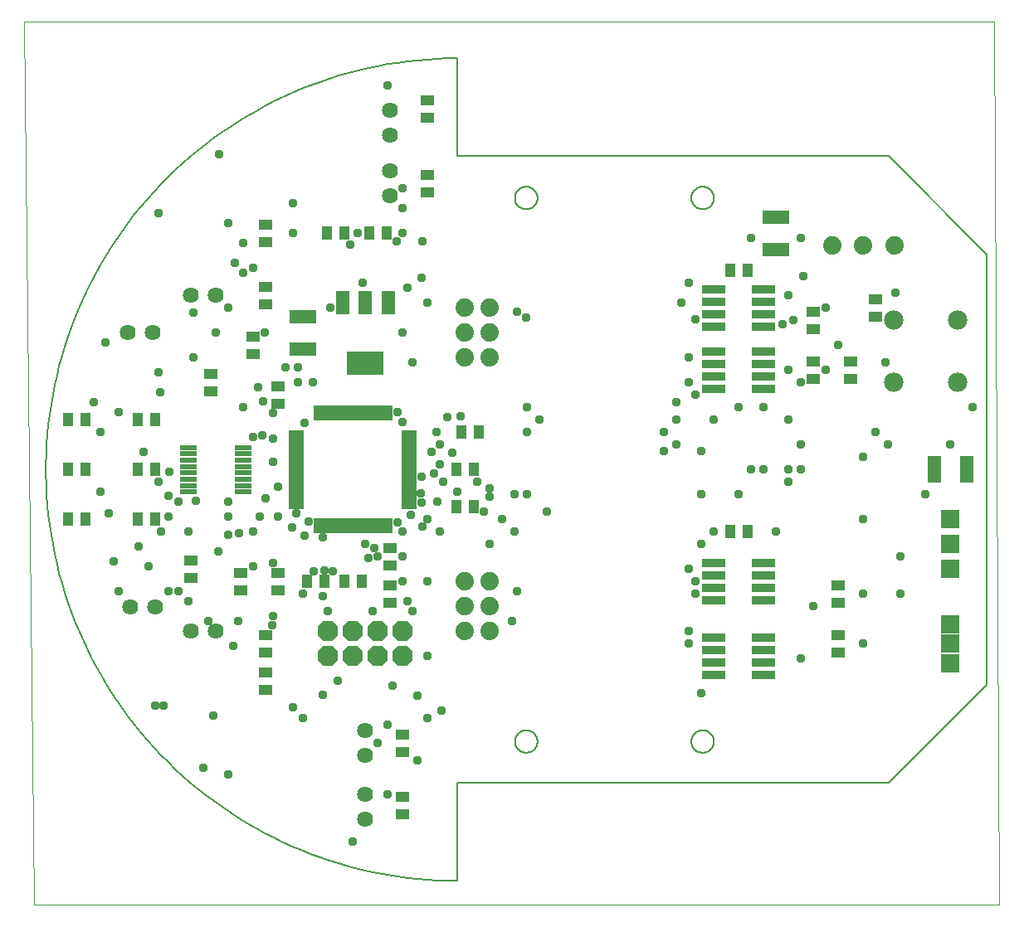
<source format=gts>
G75*
%MOIN*%
%OFA0B0*%
%FSLAX25Y25*%
%IPPOS*%
%LPD*%
%AMOC8*
5,1,8,0,0,1.08239X$1,22.5*
%
%ADD10C,0.00000*%
%ADD11C,0.07800*%
%ADD12R,0.07400X0.07400*%
%ADD13R,0.05524X0.10643*%
%ADD14R,0.03950X0.05524*%
%ADD15R,0.10643X0.05524*%
%ADD16R,0.05524X0.03950*%
%ADD17OC8,0.08200*%
%ADD18C,0.06400*%
%ADD19C,0.07400*%
%ADD20R,0.05599X0.09599*%
%ADD21R,0.14973X0.09461*%
%ADD22R,0.05918X0.01981*%
%ADD23R,0.01981X0.05918*%
%ADD24R,0.09500X0.03200*%
%ADD25R,0.06902X0.01981*%
%ADD26C,0.00500*%
%ADD27C,0.03778*%
D10*
X0831303Y0844303D02*
X0827303Y1199263D01*
X1217003Y1199263D01*
X1219003Y0844303D01*
X0831303Y0844303D01*
D11*
X1176507Y1054303D03*
X1176507Y1079303D03*
X1202098Y1079303D03*
X1202098Y1054303D03*
D12*
X1199303Y0999303D03*
X1199303Y0989303D03*
X1199303Y0979303D03*
X1199303Y0957177D03*
X1199303Y0949303D03*
X1199303Y0941429D03*
D13*
X1205799Y1019303D03*
X1192807Y1019303D03*
D14*
X1117846Y0994303D03*
X1110759Y0994303D03*
X1110759Y1099303D03*
X1117846Y1099303D03*
X1009846Y1034303D03*
X1002759Y1034303D03*
X1000759Y1019303D03*
X1007846Y1019303D03*
X1007846Y1004303D03*
X1000759Y1004303D03*
X0962846Y0974303D03*
X0955759Y0974303D03*
X0947846Y0974303D03*
X0940759Y0974303D03*
X0879846Y0999303D03*
X0872759Y0999303D03*
X0872759Y1019303D03*
X0879846Y1019303D03*
X0879846Y1039303D03*
X0872759Y1039303D03*
X0851846Y1039303D03*
X0844759Y1039303D03*
X0844759Y1019303D03*
X0851846Y1019303D03*
X0851846Y0999303D03*
X0844759Y0999303D03*
X0948759Y1114303D03*
X0955846Y1114303D03*
X0965759Y1114303D03*
X0972846Y1114303D03*
D15*
X0939303Y1080799D03*
X0939303Y1067807D03*
X1129303Y1107807D03*
X1129303Y1120799D03*
D16*
X1144303Y1082846D03*
X1144303Y1075759D03*
X1144303Y1062846D03*
X1144303Y1055759D03*
X1159303Y1055759D03*
X1159303Y1062846D03*
X1169303Y1080759D03*
X1169303Y1087846D03*
X1154303Y0972846D03*
X1154303Y0965759D03*
X1154303Y0952846D03*
X1154303Y0945759D03*
X0989303Y1130759D03*
X0989303Y1137846D03*
X0989303Y1160759D03*
X0989303Y1167846D03*
X0924303Y1117846D03*
X0924303Y1110759D03*
X0924303Y1092846D03*
X0924303Y1085759D03*
X0919303Y1072846D03*
X0919303Y1065759D03*
X0929303Y1052846D03*
X0929303Y1045759D03*
X0902303Y1050759D03*
X0902303Y1057846D03*
X0894303Y0982846D03*
X0894303Y0975759D03*
X0914303Y0977846D03*
X0914303Y0970759D03*
X0924303Y0952846D03*
X0924303Y0945759D03*
X0924303Y0937846D03*
X0924303Y0930759D03*
X0929303Y0970759D03*
X0929303Y0977846D03*
X0974303Y0980759D03*
X0974303Y0987846D03*
X0974303Y0972846D03*
X0974303Y0965759D03*
X0979303Y0912846D03*
X0979303Y0905759D03*
X0979303Y0887846D03*
X0979303Y0880759D03*
D17*
X0979303Y0944303D03*
X0979303Y0954303D03*
X0969303Y0954303D03*
X0969303Y0944303D03*
X0959303Y0944303D03*
X0959303Y0954303D03*
X0949303Y0954303D03*
X0949303Y0944303D03*
D18*
X0964303Y0914303D03*
X0964303Y0904303D03*
X0964240Y0888803D03*
X0964240Y0878803D03*
X0904303Y0954303D03*
X0894303Y0954303D03*
X0879803Y0964240D03*
X0869803Y0964240D03*
X0868803Y1074366D03*
X0878803Y1074366D03*
X0894303Y1089303D03*
X0904303Y1089303D03*
X0974303Y1129303D03*
X0974303Y1139303D03*
X0974240Y1153803D03*
X0974240Y1163803D03*
D19*
X1004303Y1084303D03*
X1014303Y1084303D03*
X1014303Y1074303D03*
X1014303Y1064303D03*
X1004303Y1064303D03*
X1004303Y1074303D03*
X1004303Y0974303D03*
X1014303Y0974303D03*
X1014303Y0964303D03*
X1014303Y0954303D03*
X1004303Y0954303D03*
X1004303Y0964303D03*
X1151803Y1109303D03*
X1164303Y1109303D03*
X1176803Y1109303D03*
D20*
X0973401Y1086503D03*
X0964303Y1086503D03*
X0955204Y1086503D03*
D21*
X0964303Y1062102D03*
D22*
X0981940Y1034066D03*
X0981940Y1032098D03*
X0981940Y1030129D03*
X0981940Y1028161D03*
X0981940Y1026192D03*
X0981940Y1024224D03*
X0981940Y1022255D03*
X0981940Y1020287D03*
X0981940Y1018318D03*
X0981940Y1016350D03*
X0981940Y1014381D03*
X0981940Y1012413D03*
X0981940Y1010444D03*
X0981940Y1008476D03*
X0981940Y1006507D03*
X0981940Y1004539D03*
X0936665Y1004539D03*
X0936665Y1006507D03*
X0936665Y1008476D03*
X0936665Y1010444D03*
X0936665Y1012413D03*
X0936665Y1014381D03*
X0936665Y1016350D03*
X0936665Y1018318D03*
X0936665Y1020287D03*
X0936665Y1022255D03*
X0936665Y1024224D03*
X0936665Y1026192D03*
X0936665Y1028161D03*
X0936665Y1030129D03*
X0936665Y1032098D03*
X0936665Y1034066D03*
D23*
X0944539Y1041940D03*
X0946507Y1041940D03*
X0948476Y1041940D03*
X0950444Y1041940D03*
X0952413Y1041940D03*
X0954381Y1041940D03*
X0956350Y1041940D03*
X0958318Y1041940D03*
X0960287Y1041940D03*
X0962255Y1041940D03*
X0964224Y1041940D03*
X0966192Y1041940D03*
X0968161Y1041940D03*
X0970129Y1041940D03*
X0972098Y1041940D03*
X0974066Y1041940D03*
X0974066Y0996665D03*
X0972098Y0996665D03*
X0970129Y0996665D03*
X0968161Y0996665D03*
X0966192Y0996665D03*
X0964224Y0996665D03*
X0962255Y0996665D03*
X0960287Y0996665D03*
X0958318Y0996665D03*
X0956350Y0996665D03*
X0954381Y0996665D03*
X0952413Y0996665D03*
X0950444Y0996665D03*
X0948476Y0996665D03*
X0946507Y0996665D03*
X0944539Y0996665D03*
D24*
X1104303Y0981803D03*
X1104303Y0976803D03*
X1104303Y0971803D03*
X1104303Y0966803D03*
X1104303Y0951803D03*
X1104303Y0946803D03*
X1104303Y0941803D03*
X1104303Y0936803D03*
X1124303Y0936803D03*
X1124303Y0941803D03*
X1124303Y0946803D03*
X1124303Y0951803D03*
X1124303Y0966803D03*
X1124303Y0971803D03*
X1124303Y0976803D03*
X1124303Y0981803D03*
X1124303Y1051803D03*
X1124303Y1056803D03*
X1124303Y1061803D03*
X1124303Y1066803D03*
X1124303Y1076803D03*
X1124303Y1081803D03*
X1124303Y1086803D03*
X1124303Y1091803D03*
X1104303Y1091803D03*
X1104303Y1086803D03*
X1104303Y1081803D03*
X1104303Y1076803D03*
X1104303Y1066803D03*
X1104303Y1061803D03*
X1104303Y1056803D03*
X1104303Y1051803D03*
D25*
X0915326Y1028259D03*
X0915326Y1025700D03*
X0915326Y1023141D03*
X0915326Y1020582D03*
X0915326Y1018023D03*
X0915326Y1015464D03*
X0915326Y1012905D03*
X0915326Y1010346D03*
X0893279Y1010346D03*
X0893279Y1012905D03*
X0893279Y1015464D03*
X0893279Y1018023D03*
X0893279Y1020582D03*
X0893279Y1023141D03*
X0893279Y1025700D03*
X0893279Y1028259D03*
D26*
X1001310Y1184657D02*
X0997283Y1184608D01*
X0993259Y1184461D01*
X0989240Y1184216D01*
X0985228Y1183873D01*
X0981225Y1183433D01*
X0977234Y1182895D01*
X0973258Y1182260D01*
X0969298Y1181529D01*
X0965357Y1180701D01*
X0961438Y1179778D01*
X0957542Y1178759D01*
X0953672Y1177646D01*
X0949830Y1176439D01*
X0946019Y1175139D01*
X0942240Y1173746D01*
X0938497Y1172262D01*
X0934791Y1170687D01*
X0931124Y1169022D01*
X0927499Y1167269D01*
X0923918Y1165428D01*
X0920383Y1163500D01*
X0916895Y1161486D01*
X0913458Y1159389D01*
X0910073Y1157208D01*
X0906742Y1154945D01*
X0903467Y1152602D01*
X0900250Y1150180D01*
X0897093Y1147680D01*
X0893998Y1145105D01*
X0890966Y1142454D01*
X0888000Y1139731D01*
X0885101Y1136936D01*
X0882271Y1134071D01*
X0879512Y1131138D01*
X0876824Y1128139D01*
X0874211Y1125075D01*
X0871673Y1121949D01*
X0869212Y1118762D01*
X0866829Y1115516D01*
X0864526Y1112212D01*
X0862304Y1108854D01*
X0860165Y1105443D01*
X0858109Y1101980D01*
X0856138Y1098468D01*
X0854254Y1094910D01*
X0852456Y1091306D01*
X0850747Y1087660D01*
X0849127Y1083974D01*
X0847597Y1080249D01*
X0846159Y1076488D01*
X0844812Y1072693D01*
X0843559Y1068866D01*
X0842399Y1065010D01*
X0841333Y1061127D01*
X0840362Y1057219D01*
X0839486Y1053288D01*
X0838707Y1049337D01*
X0838023Y1045369D01*
X0837437Y1041385D01*
X0836948Y1037388D01*
X0836556Y1033380D01*
X0836262Y1029364D01*
X0836066Y1025342D01*
X0835968Y1021316D01*
X0835968Y1017290D01*
X0836066Y1013264D01*
X0836262Y1009242D01*
X0836556Y1005226D01*
X0836948Y1001218D01*
X0837437Y0997221D01*
X0838023Y0993237D01*
X0838707Y0989269D01*
X0839486Y0985318D01*
X0840362Y0981387D01*
X0841333Y0977479D01*
X0842399Y0973596D01*
X0843559Y0969740D01*
X0844812Y0965913D01*
X0846159Y0962118D01*
X0847597Y0958357D01*
X0849127Y0954632D01*
X0850747Y0950946D01*
X0852456Y0947300D01*
X0854254Y0943696D01*
X0856138Y0940138D01*
X0858109Y0936626D01*
X0860165Y0933163D01*
X0862304Y0929752D01*
X0864526Y0926394D01*
X0866829Y0923090D01*
X0869212Y0919844D01*
X0871673Y0916657D01*
X0874211Y0913531D01*
X0876824Y0910467D01*
X0879512Y0907468D01*
X0882271Y0904535D01*
X0885101Y0901670D01*
X0888000Y0898875D01*
X0890966Y0896152D01*
X0893998Y0893501D01*
X0897093Y0890926D01*
X0900250Y0888426D01*
X0903467Y0886004D01*
X0906742Y0883661D01*
X0910073Y0881398D01*
X0913458Y0879217D01*
X0916895Y0877120D01*
X0920383Y0875106D01*
X0923918Y0873178D01*
X0927499Y0871337D01*
X0931124Y0869584D01*
X0934791Y0867919D01*
X0938497Y0866344D01*
X0942240Y0864860D01*
X0946019Y0863467D01*
X0949830Y0862167D01*
X0953672Y0860960D01*
X0957542Y0859847D01*
X0961438Y0858828D01*
X0965357Y0857905D01*
X0969298Y0857077D01*
X0973258Y0856346D01*
X0977234Y0855711D01*
X0981225Y0855173D01*
X0985228Y0854733D01*
X0989240Y0854390D01*
X0993259Y0854145D01*
X0997283Y0853998D01*
X1001310Y0853949D01*
X1001310Y0853948D02*
X1001310Y0893318D01*
X1174539Y0893318D01*
X1213909Y0932688D01*
X1213909Y1105917D01*
X1174539Y1145287D01*
X1001310Y1145287D01*
X1001310Y1184657D01*
X1024342Y1128555D02*
X1024344Y1128689D01*
X1024350Y1128823D01*
X1024360Y1128957D01*
X1024374Y1129091D01*
X1024392Y1129224D01*
X1024413Y1129356D01*
X1024439Y1129488D01*
X1024469Y1129619D01*
X1024502Y1129749D01*
X1024539Y1129877D01*
X1024581Y1130005D01*
X1024625Y1130132D01*
X1024674Y1130257D01*
X1024726Y1130380D01*
X1024782Y1130502D01*
X1024842Y1130623D01*
X1024905Y1130741D01*
X1024971Y1130858D01*
X1025041Y1130972D01*
X1025114Y1131085D01*
X1025191Y1131195D01*
X1025271Y1131303D01*
X1025354Y1131408D01*
X1025440Y1131511D01*
X1025529Y1131611D01*
X1025621Y1131709D01*
X1025716Y1131804D01*
X1025814Y1131896D01*
X1025914Y1131985D01*
X1026017Y1132071D01*
X1026122Y1132154D01*
X1026230Y1132234D01*
X1026340Y1132311D01*
X1026453Y1132384D01*
X1026567Y1132454D01*
X1026684Y1132520D01*
X1026802Y1132583D01*
X1026923Y1132643D01*
X1027045Y1132699D01*
X1027168Y1132751D01*
X1027293Y1132800D01*
X1027420Y1132844D01*
X1027548Y1132886D01*
X1027676Y1132923D01*
X1027806Y1132956D01*
X1027937Y1132986D01*
X1028069Y1133012D01*
X1028201Y1133033D01*
X1028334Y1133051D01*
X1028468Y1133065D01*
X1028602Y1133075D01*
X1028736Y1133081D01*
X1028870Y1133083D01*
X1029004Y1133081D01*
X1029138Y1133075D01*
X1029272Y1133065D01*
X1029406Y1133051D01*
X1029539Y1133033D01*
X1029671Y1133012D01*
X1029803Y1132986D01*
X1029934Y1132956D01*
X1030064Y1132923D01*
X1030192Y1132886D01*
X1030320Y1132844D01*
X1030447Y1132800D01*
X1030572Y1132751D01*
X1030695Y1132699D01*
X1030817Y1132643D01*
X1030938Y1132583D01*
X1031056Y1132520D01*
X1031173Y1132454D01*
X1031287Y1132384D01*
X1031400Y1132311D01*
X1031510Y1132234D01*
X1031618Y1132154D01*
X1031723Y1132071D01*
X1031826Y1131985D01*
X1031926Y1131896D01*
X1032024Y1131804D01*
X1032119Y1131709D01*
X1032211Y1131611D01*
X1032300Y1131511D01*
X1032386Y1131408D01*
X1032469Y1131303D01*
X1032549Y1131195D01*
X1032626Y1131085D01*
X1032699Y1130972D01*
X1032769Y1130858D01*
X1032835Y1130741D01*
X1032898Y1130623D01*
X1032958Y1130502D01*
X1033014Y1130380D01*
X1033066Y1130257D01*
X1033115Y1130132D01*
X1033159Y1130005D01*
X1033201Y1129877D01*
X1033238Y1129749D01*
X1033271Y1129619D01*
X1033301Y1129488D01*
X1033327Y1129356D01*
X1033348Y1129224D01*
X1033366Y1129091D01*
X1033380Y1128957D01*
X1033390Y1128823D01*
X1033396Y1128689D01*
X1033398Y1128555D01*
X1033396Y1128421D01*
X1033390Y1128287D01*
X1033380Y1128153D01*
X1033366Y1128019D01*
X1033348Y1127886D01*
X1033327Y1127754D01*
X1033301Y1127622D01*
X1033271Y1127491D01*
X1033238Y1127361D01*
X1033201Y1127233D01*
X1033159Y1127105D01*
X1033115Y1126978D01*
X1033066Y1126853D01*
X1033014Y1126730D01*
X1032958Y1126608D01*
X1032898Y1126487D01*
X1032835Y1126369D01*
X1032769Y1126252D01*
X1032699Y1126138D01*
X1032626Y1126025D01*
X1032549Y1125915D01*
X1032469Y1125807D01*
X1032386Y1125702D01*
X1032300Y1125599D01*
X1032211Y1125499D01*
X1032119Y1125401D01*
X1032024Y1125306D01*
X1031926Y1125214D01*
X1031826Y1125125D01*
X1031723Y1125039D01*
X1031618Y1124956D01*
X1031510Y1124876D01*
X1031400Y1124799D01*
X1031287Y1124726D01*
X1031173Y1124656D01*
X1031056Y1124590D01*
X1030938Y1124527D01*
X1030817Y1124467D01*
X1030695Y1124411D01*
X1030572Y1124359D01*
X1030447Y1124310D01*
X1030320Y1124266D01*
X1030192Y1124224D01*
X1030064Y1124187D01*
X1029934Y1124154D01*
X1029803Y1124124D01*
X1029671Y1124098D01*
X1029539Y1124077D01*
X1029406Y1124059D01*
X1029272Y1124045D01*
X1029138Y1124035D01*
X1029004Y1124029D01*
X1028870Y1124027D01*
X1028736Y1124029D01*
X1028602Y1124035D01*
X1028468Y1124045D01*
X1028334Y1124059D01*
X1028201Y1124077D01*
X1028069Y1124098D01*
X1027937Y1124124D01*
X1027806Y1124154D01*
X1027676Y1124187D01*
X1027548Y1124224D01*
X1027420Y1124266D01*
X1027293Y1124310D01*
X1027168Y1124359D01*
X1027045Y1124411D01*
X1026923Y1124467D01*
X1026802Y1124527D01*
X1026684Y1124590D01*
X1026567Y1124656D01*
X1026453Y1124726D01*
X1026340Y1124799D01*
X1026230Y1124876D01*
X1026122Y1124956D01*
X1026017Y1125039D01*
X1025914Y1125125D01*
X1025814Y1125214D01*
X1025716Y1125306D01*
X1025621Y1125401D01*
X1025529Y1125499D01*
X1025440Y1125599D01*
X1025354Y1125702D01*
X1025271Y1125807D01*
X1025191Y1125915D01*
X1025114Y1126025D01*
X1025041Y1126138D01*
X1024971Y1126252D01*
X1024905Y1126369D01*
X1024842Y1126487D01*
X1024782Y1126608D01*
X1024726Y1126730D01*
X1024674Y1126853D01*
X1024625Y1126978D01*
X1024581Y1127105D01*
X1024539Y1127233D01*
X1024502Y1127361D01*
X1024469Y1127491D01*
X1024439Y1127622D01*
X1024413Y1127754D01*
X1024392Y1127886D01*
X1024374Y1128019D01*
X1024360Y1128153D01*
X1024350Y1128287D01*
X1024344Y1128421D01*
X1024342Y1128555D01*
X1095208Y1128555D02*
X1095210Y1128689D01*
X1095216Y1128823D01*
X1095226Y1128957D01*
X1095240Y1129091D01*
X1095258Y1129224D01*
X1095279Y1129356D01*
X1095305Y1129488D01*
X1095335Y1129619D01*
X1095368Y1129749D01*
X1095405Y1129877D01*
X1095447Y1130005D01*
X1095491Y1130132D01*
X1095540Y1130257D01*
X1095592Y1130380D01*
X1095648Y1130502D01*
X1095708Y1130623D01*
X1095771Y1130741D01*
X1095837Y1130858D01*
X1095907Y1130972D01*
X1095980Y1131085D01*
X1096057Y1131195D01*
X1096137Y1131303D01*
X1096220Y1131408D01*
X1096306Y1131511D01*
X1096395Y1131611D01*
X1096487Y1131709D01*
X1096582Y1131804D01*
X1096680Y1131896D01*
X1096780Y1131985D01*
X1096883Y1132071D01*
X1096988Y1132154D01*
X1097096Y1132234D01*
X1097206Y1132311D01*
X1097319Y1132384D01*
X1097433Y1132454D01*
X1097550Y1132520D01*
X1097668Y1132583D01*
X1097789Y1132643D01*
X1097911Y1132699D01*
X1098034Y1132751D01*
X1098159Y1132800D01*
X1098286Y1132844D01*
X1098414Y1132886D01*
X1098542Y1132923D01*
X1098672Y1132956D01*
X1098803Y1132986D01*
X1098935Y1133012D01*
X1099067Y1133033D01*
X1099200Y1133051D01*
X1099334Y1133065D01*
X1099468Y1133075D01*
X1099602Y1133081D01*
X1099736Y1133083D01*
X1099870Y1133081D01*
X1100004Y1133075D01*
X1100138Y1133065D01*
X1100272Y1133051D01*
X1100405Y1133033D01*
X1100537Y1133012D01*
X1100669Y1132986D01*
X1100800Y1132956D01*
X1100930Y1132923D01*
X1101058Y1132886D01*
X1101186Y1132844D01*
X1101313Y1132800D01*
X1101438Y1132751D01*
X1101561Y1132699D01*
X1101683Y1132643D01*
X1101804Y1132583D01*
X1101922Y1132520D01*
X1102039Y1132454D01*
X1102153Y1132384D01*
X1102266Y1132311D01*
X1102376Y1132234D01*
X1102484Y1132154D01*
X1102589Y1132071D01*
X1102692Y1131985D01*
X1102792Y1131896D01*
X1102890Y1131804D01*
X1102985Y1131709D01*
X1103077Y1131611D01*
X1103166Y1131511D01*
X1103252Y1131408D01*
X1103335Y1131303D01*
X1103415Y1131195D01*
X1103492Y1131085D01*
X1103565Y1130972D01*
X1103635Y1130858D01*
X1103701Y1130741D01*
X1103764Y1130623D01*
X1103824Y1130502D01*
X1103880Y1130380D01*
X1103932Y1130257D01*
X1103981Y1130132D01*
X1104025Y1130005D01*
X1104067Y1129877D01*
X1104104Y1129749D01*
X1104137Y1129619D01*
X1104167Y1129488D01*
X1104193Y1129356D01*
X1104214Y1129224D01*
X1104232Y1129091D01*
X1104246Y1128957D01*
X1104256Y1128823D01*
X1104262Y1128689D01*
X1104264Y1128555D01*
X1104262Y1128421D01*
X1104256Y1128287D01*
X1104246Y1128153D01*
X1104232Y1128019D01*
X1104214Y1127886D01*
X1104193Y1127754D01*
X1104167Y1127622D01*
X1104137Y1127491D01*
X1104104Y1127361D01*
X1104067Y1127233D01*
X1104025Y1127105D01*
X1103981Y1126978D01*
X1103932Y1126853D01*
X1103880Y1126730D01*
X1103824Y1126608D01*
X1103764Y1126487D01*
X1103701Y1126369D01*
X1103635Y1126252D01*
X1103565Y1126138D01*
X1103492Y1126025D01*
X1103415Y1125915D01*
X1103335Y1125807D01*
X1103252Y1125702D01*
X1103166Y1125599D01*
X1103077Y1125499D01*
X1102985Y1125401D01*
X1102890Y1125306D01*
X1102792Y1125214D01*
X1102692Y1125125D01*
X1102589Y1125039D01*
X1102484Y1124956D01*
X1102376Y1124876D01*
X1102266Y1124799D01*
X1102153Y1124726D01*
X1102039Y1124656D01*
X1101922Y1124590D01*
X1101804Y1124527D01*
X1101683Y1124467D01*
X1101561Y1124411D01*
X1101438Y1124359D01*
X1101313Y1124310D01*
X1101186Y1124266D01*
X1101058Y1124224D01*
X1100930Y1124187D01*
X1100800Y1124154D01*
X1100669Y1124124D01*
X1100537Y1124098D01*
X1100405Y1124077D01*
X1100272Y1124059D01*
X1100138Y1124045D01*
X1100004Y1124035D01*
X1099870Y1124029D01*
X1099736Y1124027D01*
X1099602Y1124029D01*
X1099468Y1124035D01*
X1099334Y1124045D01*
X1099200Y1124059D01*
X1099067Y1124077D01*
X1098935Y1124098D01*
X1098803Y1124124D01*
X1098672Y1124154D01*
X1098542Y1124187D01*
X1098414Y1124224D01*
X1098286Y1124266D01*
X1098159Y1124310D01*
X1098034Y1124359D01*
X1097911Y1124411D01*
X1097789Y1124467D01*
X1097668Y1124527D01*
X1097550Y1124590D01*
X1097433Y1124656D01*
X1097319Y1124726D01*
X1097206Y1124799D01*
X1097096Y1124876D01*
X1096988Y1124956D01*
X1096883Y1125039D01*
X1096780Y1125125D01*
X1096680Y1125214D01*
X1096582Y1125306D01*
X1096487Y1125401D01*
X1096395Y1125499D01*
X1096306Y1125599D01*
X1096220Y1125702D01*
X1096137Y1125807D01*
X1096057Y1125915D01*
X1095980Y1126025D01*
X1095907Y1126138D01*
X1095837Y1126252D01*
X1095771Y1126369D01*
X1095708Y1126487D01*
X1095648Y1126608D01*
X1095592Y1126730D01*
X1095540Y1126853D01*
X1095491Y1126978D01*
X1095447Y1127105D01*
X1095405Y1127233D01*
X1095368Y1127361D01*
X1095335Y1127491D01*
X1095305Y1127622D01*
X1095279Y1127754D01*
X1095258Y1127886D01*
X1095240Y1128019D01*
X1095226Y1128153D01*
X1095216Y1128287D01*
X1095210Y1128421D01*
X1095208Y1128555D01*
X1095208Y0910051D02*
X1095210Y0910185D01*
X1095216Y0910319D01*
X1095226Y0910453D01*
X1095240Y0910587D01*
X1095258Y0910720D01*
X1095279Y0910852D01*
X1095305Y0910984D01*
X1095335Y0911115D01*
X1095368Y0911245D01*
X1095405Y0911373D01*
X1095447Y0911501D01*
X1095491Y0911628D01*
X1095540Y0911753D01*
X1095592Y0911876D01*
X1095648Y0911998D01*
X1095708Y0912119D01*
X1095771Y0912237D01*
X1095837Y0912354D01*
X1095907Y0912468D01*
X1095980Y0912581D01*
X1096057Y0912691D01*
X1096137Y0912799D01*
X1096220Y0912904D01*
X1096306Y0913007D01*
X1096395Y0913107D01*
X1096487Y0913205D01*
X1096582Y0913300D01*
X1096680Y0913392D01*
X1096780Y0913481D01*
X1096883Y0913567D01*
X1096988Y0913650D01*
X1097096Y0913730D01*
X1097206Y0913807D01*
X1097319Y0913880D01*
X1097433Y0913950D01*
X1097550Y0914016D01*
X1097668Y0914079D01*
X1097789Y0914139D01*
X1097911Y0914195D01*
X1098034Y0914247D01*
X1098159Y0914296D01*
X1098286Y0914340D01*
X1098414Y0914382D01*
X1098542Y0914419D01*
X1098672Y0914452D01*
X1098803Y0914482D01*
X1098935Y0914508D01*
X1099067Y0914529D01*
X1099200Y0914547D01*
X1099334Y0914561D01*
X1099468Y0914571D01*
X1099602Y0914577D01*
X1099736Y0914579D01*
X1099870Y0914577D01*
X1100004Y0914571D01*
X1100138Y0914561D01*
X1100272Y0914547D01*
X1100405Y0914529D01*
X1100537Y0914508D01*
X1100669Y0914482D01*
X1100800Y0914452D01*
X1100930Y0914419D01*
X1101058Y0914382D01*
X1101186Y0914340D01*
X1101313Y0914296D01*
X1101438Y0914247D01*
X1101561Y0914195D01*
X1101683Y0914139D01*
X1101804Y0914079D01*
X1101922Y0914016D01*
X1102039Y0913950D01*
X1102153Y0913880D01*
X1102266Y0913807D01*
X1102376Y0913730D01*
X1102484Y0913650D01*
X1102589Y0913567D01*
X1102692Y0913481D01*
X1102792Y0913392D01*
X1102890Y0913300D01*
X1102985Y0913205D01*
X1103077Y0913107D01*
X1103166Y0913007D01*
X1103252Y0912904D01*
X1103335Y0912799D01*
X1103415Y0912691D01*
X1103492Y0912581D01*
X1103565Y0912468D01*
X1103635Y0912354D01*
X1103701Y0912237D01*
X1103764Y0912119D01*
X1103824Y0911998D01*
X1103880Y0911876D01*
X1103932Y0911753D01*
X1103981Y0911628D01*
X1104025Y0911501D01*
X1104067Y0911373D01*
X1104104Y0911245D01*
X1104137Y0911115D01*
X1104167Y0910984D01*
X1104193Y0910852D01*
X1104214Y0910720D01*
X1104232Y0910587D01*
X1104246Y0910453D01*
X1104256Y0910319D01*
X1104262Y0910185D01*
X1104264Y0910051D01*
X1104262Y0909917D01*
X1104256Y0909783D01*
X1104246Y0909649D01*
X1104232Y0909515D01*
X1104214Y0909382D01*
X1104193Y0909250D01*
X1104167Y0909118D01*
X1104137Y0908987D01*
X1104104Y0908857D01*
X1104067Y0908729D01*
X1104025Y0908601D01*
X1103981Y0908474D01*
X1103932Y0908349D01*
X1103880Y0908226D01*
X1103824Y0908104D01*
X1103764Y0907983D01*
X1103701Y0907865D01*
X1103635Y0907748D01*
X1103565Y0907634D01*
X1103492Y0907521D01*
X1103415Y0907411D01*
X1103335Y0907303D01*
X1103252Y0907198D01*
X1103166Y0907095D01*
X1103077Y0906995D01*
X1102985Y0906897D01*
X1102890Y0906802D01*
X1102792Y0906710D01*
X1102692Y0906621D01*
X1102589Y0906535D01*
X1102484Y0906452D01*
X1102376Y0906372D01*
X1102266Y0906295D01*
X1102153Y0906222D01*
X1102039Y0906152D01*
X1101922Y0906086D01*
X1101804Y0906023D01*
X1101683Y0905963D01*
X1101561Y0905907D01*
X1101438Y0905855D01*
X1101313Y0905806D01*
X1101186Y0905762D01*
X1101058Y0905720D01*
X1100930Y0905683D01*
X1100800Y0905650D01*
X1100669Y0905620D01*
X1100537Y0905594D01*
X1100405Y0905573D01*
X1100272Y0905555D01*
X1100138Y0905541D01*
X1100004Y0905531D01*
X1099870Y0905525D01*
X1099736Y0905523D01*
X1099602Y0905525D01*
X1099468Y0905531D01*
X1099334Y0905541D01*
X1099200Y0905555D01*
X1099067Y0905573D01*
X1098935Y0905594D01*
X1098803Y0905620D01*
X1098672Y0905650D01*
X1098542Y0905683D01*
X1098414Y0905720D01*
X1098286Y0905762D01*
X1098159Y0905806D01*
X1098034Y0905855D01*
X1097911Y0905907D01*
X1097789Y0905963D01*
X1097668Y0906023D01*
X1097550Y0906086D01*
X1097433Y0906152D01*
X1097319Y0906222D01*
X1097206Y0906295D01*
X1097096Y0906372D01*
X1096988Y0906452D01*
X1096883Y0906535D01*
X1096780Y0906621D01*
X1096680Y0906710D01*
X1096582Y0906802D01*
X1096487Y0906897D01*
X1096395Y0906995D01*
X1096306Y0907095D01*
X1096220Y0907198D01*
X1096137Y0907303D01*
X1096057Y0907411D01*
X1095980Y0907521D01*
X1095907Y0907634D01*
X1095837Y0907748D01*
X1095771Y0907865D01*
X1095708Y0907983D01*
X1095648Y0908104D01*
X1095592Y0908226D01*
X1095540Y0908349D01*
X1095491Y0908474D01*
X1095447Y0908601D01*
X1095405Y0908729D01*
X1095368Y0908857D01*
X1095335Y0908987D01*
X1095305Y0909118D01*
X1095279Y0909250D01*
X1095258Y0909382D01*
X1095240Y0909515D01*
X1095226Y0909649D01*
X1095216Y0909783D01*
X1095210Y0909917D01*
X1095208Y0910051D01*
X1024342Y0910051D02*
X1024344Y0910185D01*
X1024350Y0910319D01*
X1024360Y0910453D01*
X1024374Y0910587D01*
X1024392Y0910720D01*
X1024413Y0910852D01*
X1024439Y0910984D01*
X1024469Y0911115D01*
X1024502Y0911245D01*
X1024539Y0911373D01*
X1024581Y0911501D01*
X1024625Y0911628D01*
X1024674Y0911753D01*
X1024726Y0911876D01*
X1024782Y0911998D01*
X1024842Y0912119D01*
X1024905Y0912237D01*
X1024971Y0912354D01*
X1025041Y0912468D01*
X1025114Y0912581D01*
X1025191Y0912691D01*
X1025271Y0912799D01*
X1025354Y0912904D01*
X1025440Y0913007D01*
X1025529Y0913107D01*
X1025621Y0913205D01*
X1025716Y0913300D01*
X1025814Y0913392D01*
X1025914Y0913481D01*
X1026017Y0913567D01*
X1026122Y0913650D01*
X1026230Y0913730D01*
X1026340Y0913807D01*
X1026453Y0913880D01*
X1026567Y0913950D01*
X1026684Y0914016D01*
X1026802Y0914079D01*
X1026923Y0914139D01*
X1027045Y0914195D01*
X1027168Y0914247D01*
X1027293Y0914296D01*
X1027420Y0914340D01*
X1027548Y0914382D01*
X1027676Y0914419D01*
X1027806Y0914452D01*
X1027937Y0914482D01*
X1028069Y0914508D01*
X1028201Y0914529D01*
X1028334Y0914547D01*
X1028468Y0914561D01*
X1028602Y0914571D01*
X1028736Y0914577D01*
X1028870Y0914579D01*
X1029004Y0914577D01*
X1029138Y0914571D01*
X1029272Y0914561D01*
X1029406Y0914547D01*
X1029539Y0914529D01*
X1029671Y0914508D01*
X1029803Y0914482D01*
X1029934Y0914452D01*
X1030064Y0914419D01*
X1030192Y0914382D01*
X1030320Y0914340D01*
X1030447Y0914296D01*
X1030572Y0914247D01*
X1030695Y0914195D01*
X1030817Y0914139D01*
X1030938Y0914079D01*
X1031056Y0914016D01*
X1031173Y0913950D01*
X1031287Y0913880D01*
X1031400Y0913807D01*
X1031510Y0913730D01*
X1031618Y0913650D01*
X1031723Y0913567D01*
X1031826Y0913481D01*
X1031926Y0913392D01*
X1032024Y0913300D01*
X1032119Y0913205D01*
X1032211Y0913107D01*
X1032300Y0913007D01*
X1032386Y0912904D01*
X1032469Y0912799D01*
X1032549Y0912691D01*
X1032626Y0912581D01*
X1032699Y0912468D01*
X1032769Y0912354D01*
X1032835Y0912237D01*
X1032898Y0912119D01*
X1032958Y0911998D01*
X1033014Y0911876D01*
X1033066Y0911753D01*
X1033115Y0911628D01*
X1033159Y0911501D01*
X1033201Y0911373D01*
X1033238Y0911245D01*
X1033271Y0911115D01*
X1033301Y0910984D01*
X1033327Y0910852D01*
X1033348Y0910720D01*
X1033366Y0910587D01*
X1033380Y0910453D01*
X1033390Y0910319D01*
X1033396Y0910185D01*
X1033398Y0910051D01*
X1033396Y0909917D01*
X1033390Y0909783D01*
X1033380Y0909649D01*
X1033366Y0909515D01*
X1033348Y0909382D01*
X1033327Y0909250D01*
X1033301Y0909118D01*
X1033271Y0908987D01*
X1033238Y0908857D01*
X1033201Y0908729D01*
X1033159Y0908601D01*
X1033115Y0908474D01*
X1033066Y0908349D01*
X1033014Y0908226D01*
X1032958Y0908104D01*
X1032898Y0907983D01*
X1032835Y0907865D01*
X1032769Y0907748D01*
X1032699Y0907634D01*
X1032626Y0907521D01*
X1032549Y0907411D01*
X1032469Y0907303D01*
X1032386Y0907198D01*
X1032300Y0907095D01*
X1032211Y0906995D01*
X1032119Y0906897D01*
X1032024Y0906802D01*
X1031926Y0906710D01*
X1031826Y0906621D01*
X1031723Y0906535D01*
X1031618Y0906452D01*
X1031510Y0906372D01*
X1031400Y0906295D01*
X1031287Y0906222D01*
X1031173Y0906152D01*
X1031056Y0906086D01*
X1030938Y0906023D01*
X1030817Y0905963D01*
X1030695Y0905907D01*
X1030572Y0905855D01*
X1030447Y0905806D01*
X1030320Y0905762D01*
X1030192Y0905720D01*
X1030064Y0905683D01*
X1029934Y0905650D01*
X1029803Y0905620D01*
X1029671Y0905594D01*
X1029539Y0905573D01*
X1029406Y0905555D01*
X1029272Y0905541D01*
X1029138Y0905531D01*
X1029004Y0905525D01*
X1028870Y0905523D01*
X1028736Y0905525D01*
X1028602Y0905531D01*
X1028468Y0905541D01*
X1028334Y0905555D01*
X1028201Y0905573D01*
X1028069Y0905594D01*
X1027937Y0905620D01*
X1027806Y0905650D01*
X1027676Y0905683D01*
X1027548Y0905720D01*
X1027420Y0905762D01*
X1027293Y0905806D01*
X1027168Y0905855D01*
X1027045Y0905907D01*
X1026923Y0905963D01*
X1026802Y0906023D01*
X1026684Y0906086D01*
X1026567Y0906152D01*
X1026453Y0906222D01*
X1026340Y0906295D01*
X1026230Y0906372D01*
X1026122Y0906452D01*
X1026017Y0906535D01*
X1025914Y0906621D01*
X1025814Y0906710D01*
X1025716Y0906802D01*
X1025621Y0906897D01*
X1025529Y0906995D01*
X1025440Y0907095D01*
X1025354Y0907198D01*
X1025271Y0907303D01*
X1025191Y0907411D01*
X1025114Y0907521D01*
X1025041Y0907634D01*
X1024971Y0907748D01*
X1024905Y0907865D01*
X1024842Y0907983D01*
X1024782Y0908104D01*
X1024726Y0908226D01*
X1024674Y0908349D01*
X1024625Y0908474D01*
X1024581Y0908601D01*
X1024539Y0908729D01*
X1024502Y0908857D01*
X1024469Y0908987D01*
X1024439Y0909118D01*
X1024413Y0909250D01*
X1024392Y0909382D01*
X1024374Y0909515D01*
X1024360Y0909649D01*
X1024350Y0909783D01*
X1024344Y0909917D01*
X1024342Y0910051D01*
D27*
X0994914Y0922303D03*
X0989303Y0919303D03*
X0985303Y0928303D03*
X0975303Y0932303D03*
X0973303Y0916692D03*
X0969303Y0909303D03*
X0985303Y0902303D03*
X0973303Y0888803D03*
X0959303Y0869792D03*
X0939303Y0919303D03*
X0935303Y0923914D03*
X0947303Y0928692D03*
X0953303Y0934303D03*
X0949303Y0962303D03*
X0947303Y0968303D03*
X0939303Y0969303D03*
X0943477Y0978477D03*
X0947725Y0978754D03*
X0951303Y0978303D03*
X0947303Y0992017D03*
X0939828Y0992665D03*
X0941492Y0998492D03*
X0936665Y1001828D03*
X0934914Y0996250D03*
X0929303Y1000303D03*
X0921692Y1000303D03*
X0919303Y0994303D03*
X0913356Y0993875D03*
X0909303Y0993200D03*
X0909298Y1000282D03*
X0909303Y1006303D03*
X0896089Y1006692D03*
X0889303Y1006303D03*
X0885303Y1008692D03*
X0881303Y1014303D03*
X0885510Y1018303D03*
X0875303Y1026303D03*
X0865303Y1042303D03*
X0855303Y1046303D03*
X0857692Y1034303D03*
X0857692Y1010303D03*
X0861303Y1001692D03*
X0873303Y0988303D03*
X0877303Y0980303D03*
X0885303Y0970303D03*
X0889303Y0970303D03*
X0893303Y0966303D03*
X0901303Y0958303D03*
X0913303Y0958303D03*
X0911303Y0948303D03*
X0926924Y0956681D03*
X0927303Y0960303D03*
X0919303Y0980303D03*
X0927303Y0981846D03*
X0924212Y1007666D03*
X0929303Y1012303D03*
X0927303Y1022303D03*
X0927299Y1031677D03*
X0922904Y1033168D03*
X0919326Y1032380D03*
X0927303Y1042095D03*
X0923303Y1046692D03*
X0921303Y1052303D03*
X0915303Y1044303D03*
X0932081Y1060303D03*
X0937303Y1060303D03*
X0937303Y1054303D03*
X0943303Y1054303D03*
X0940006Y1037946D03*
X0923754Y1074303D03*
X0909303Y1084303D03*
X0904303Y1074303D03*
X0895303Y1082303D03*
X0895303Y1064303D03*
X0881303Y1058303D03*
X0881692Y1050303D03*
X0859692Y1070303D03*
X0881303Y1122303D03*
X0909303Y1118303D03*
X0915303Y1110303D03*
X0911692Y1102303D03*
X0915303Y1098303D03*
X0919303Y1100303D03*
X0935303Y1114303D03*
X0935303Y1126303D03*
X0958326Y1109892D03*
X0961303Y1114303D03*
X0963303Y1094303D03*
X0950303Y1084303D03*
X0979303Y1074303D03*
X0983303Y1062303D03*
X0977303Y1042303D03*
X0979303Y1038303D03*
X0992914Y1034303D03*
X0994303Y1029303D03*
X0990914Y1026303D03*
X0994303Y1021303D03*
X0991692Y1017725D03*
X0986914Y1016303D03*
X0986624Y1009624D03*
X0986914Y1005935D03*
X0993303Y1006303D03*
X0989303Y0999303D03*
X0987273Y0996273D03*
X0982613Y1000992D03*
X0977303Y0998103D03*
X0979303Y0994303D03*
X0979303Y0984303D03*
X0979303Y0974303D03*
X0981303Y0966303D03*
X0983303Y0962303D03*
X0989303Y0974303D03*
X0994303Y0994303D03*
X1001303Y1010303D03*
X0995531Y1014531D03*
X0999303Y1026135D03*
X0997303Y1040303D03*
X1002575Y1040642D03*
X1029303Y1044303D03*
X1034303Y1039303D03*
X1029303Y1034303D03*
X1029303Y1009303D03*
X1024303Y1009303D03*
X1014303Y1008336D03*
X1014303Y1011914D03*
X1009303Y1014303D03*
X1011914Y1002303D03*
X1019303Y0999303D03*
X1024303Y0994303D03*
X1014303Y0989303D03*
X1025303Y0970303D03*
X1023303Y0958303D03*
X0989303Y0944303D03*
X0967303Y0962303D03*
X0965395Y0983806D03*
X0969303Y0984303D03*
X0967740Y0987848D03*
X0964219Y0989386D03*
X0905303Y0986303D03*
X0893303Y0994303D03*
X0885303Y1000303D03*
X0882235Y0994303D03*
X0863303Y0982303D03*
X0865303Y0970303D03*
X0879725Y0924303D03*
X0883303Y0924303D03*
X0899303Y0899303D03*
X0909303Y0896692D03*
X0903303Y0920303D03*
X0989303Y1086303D03*
X0981303Y1092303D03*
X0986914Y1096303D03*
X0987303Y1111092D03*
X0979303Y1114303D03*
X0976914Y1111092D03*
X0979303Y1124303D03*
X0979303Y1132303D03*
X0973303Y1173774D03*
X0905355Y1146227D03*
X1025303Y1082692D03*
X1028914Y1080303D03*
X1037303Y1002303D03*
X1084303Y1026692D03*
X1089303Y1029303D03*
X1084303Y1034303D03*
X1089303Y1039303D03*
X1089303Y1046303D03*
X1096692Y1049303D03*
X1094303Y1054303D03*
X1094303Y1064303D03*
X1096800Y1079805D03*
X1091303Y1086303D03*
X1094303Y1094303D03*
X1119303Y1112303D03*
X1134303Y1089303D03*
X1140055Y1097055D03*
X1139303Y1112303D03*
X1149303Y1084303D03*
X1136303Y1079303D03*
X1131805Y1077805D03*
X1134303Y1059303D03*
X1139303Y1054303D03*
X1149303Y1059303D03*
X1154303Y1069303D03*
X1173303Y1062303D03*
X1177303Y1090303D03*
X1208170Y1044303D03*
X1199303Y1029303D03*
X1189303Y1009303D03*
X1174303Y1029303D03*
X1169303Y1034303D03*
X1164303Y1024303D03*
X1164303Y0999303D03*
X1179303Y0984303D03*
X1179303Y0969303D03*
X1164303Y0969303D03*
X1164303Y0949303D03*
X1144303Y0964303D03*
X1139303Y0943370D03*
X1129303Y0994303D03*
X1134303Y1014303D03*
X1134303Y1019303D03*
X1139303Y1019303D03*
X1139303Y1029303D03*
X1134303Y1039303D03*
X1124303Y1044303D03*
X1114303Y1044303D03*
X1104303Y1039303D03*
X1099303Y1026692D03*
X1099303Y1009303D03*
X1114303Y1009303D03*
X1119303Y1019303D03*
X1124303Y1019303D03*
X1104303Y0994303D03*
X1099303Y0989303D03*
X1094303Y0979303D03*
X1096692Y0974303D03*
X1096692Y0969303D03*
X1094303Y0954303D03*
X1094303Y0949303D03*
X1099303Y0929303D03*
M02*

</source>
